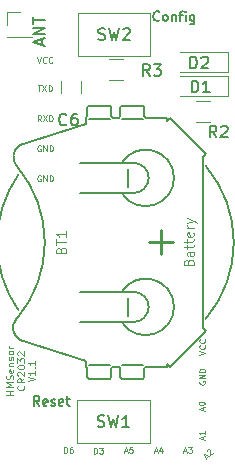
<source format=gto>
G04 #@! TF.FileFunction,Legend,Top*
%FSLAX46Y46*%
G04 Gerber Fmt 4.6, Leading zero omitted, Abs format (unit mm)*
G04 Created by KiCad (PCBNEW 4.0.2-stable) date 29.05.2017 13:31:58*
%MOMM*%
G01*
G04 APERTURE LIST*
%ADD10C,0.100000*%
%ADD11C,0.127000*%
%ADD12C,0.254000*%
%ADD13C,0.120000*%
%ADD14C,0.076200*%
%ADD15C,0.150000*%
G04 APERTURE END LIST*
D10*
X171289429Y-117725571D02*
X170689429Y-117725571D01*
X170975143Y-117725571D02*
X170975143Y-117382714D01*
X171289429Y-117382714D02*
X170689429Y-117382714D01*
X171289429Y-117097000D02*
X170689429Y-117097000D01*
X171118000Y-116897000D01*
X170689429Y-116697000D01*
X171289429Y-116697000D01*
X171260857Y-116439857D02*
X171289429Y-116354143D01*
X171289429Y-116211286D01*
X171260857Y-116154143D01*
X171232286Y-116125572D01*
X171175143Y-116097000D01*
X171118000Y-116097000D01*
X171060857Y-116125572D01*
X171032286Y-116154143D01*
X171003714Y-116211286D01*
X170975143Y-116325572D01*
X170946571Y-116382714D01*
X170918000Y-116411286D01*
X170860857Y-116439857D01*
X170803714Y-116439857D01*
X170746571Y-116411286D01*
X170718000Y-116382714D01*
X170689429Y-116325572D01*
X170689429Y-116182714D01*
X170718000Y-116097000D01*
X171260857Y-115611285D02*
X171289429Y-115668428D01*
X171289429Y-115782714D01*
X171260857Y-115839857D01*
X171203714Y-115868428D01*
X170975143Y-115868428D01*
X170918000Y-115839857D01*
X170889429Y-115782714D01*
X170889429Y-115668428D01*
X170918000Y-115611285D01*
X170975143Y-115582714D01*
X171032286Y-115582714D01*
X171089429Y-115868428D01*
X170889429Y-115325571D02*
X171289429Y-115325571D01*
X170946571Y-115325571D02*
X170918000Y-115296999D01*
X170889429Y-115239857D01*
X170889429Y-115154142D01*
X170918000Y-115096999D01*
X170975143Y-115068428D01*
X171289429Y-115068428D01*
X171260857Y-114811285D02*
X171289429Y-114754142D01*
X171289429Y-114639857D01*
X171260857Y-114582714D01*
X171203714Y-114554142D01*
X171175143Y-114554142D01*
X171118000Y-114582714D01*
X171089429Y-114639857D01*
X171089429Y-114725571D01*
X171060857Y-114782714D01*
X171003714Y-114811285D01*
X170975143Y-114811285D01*
X170918000Y-114782714D01*
X170889429Y-114725571D01*
X170889429Y-114639857D01*
X170918000Y-114582714D01*
X171289429Y-114211286D02*
X171260857Y-114268428D01*
X171232286Y-114297000D01*
X171175143Y-114325571D01*
X171003714Y-114325571D01*
X170946571Y-114297000D01*
X170918000Y-114268428D01*
X170889429Y-114211286D01*
X170889429Y-114125571D01*
X170918000Y-114068428D01*
X170946571Y-114039857D01*
X171003714Y-114011286D01*
X171175143Y-114011286D01*
X171232286Y-114039857D01*
X171260857Y-114068428D01*
X171289429Y-114125571D01*
X171289429Y-114211286D01*
X171289429Y-113754143D02*
X170889429Y-113754143D01*
X171003714Y-113754143D02*
X170946571Y-113725571D01*
X170918000Y-113697000D01*
X170889429Y-113639857D01*
X170889429Y-113582714D01*
X172172286Y-116954144D02*
X172200857Y-116982715D01*
X172229429Y-117068429D01*
X172229429Y-117125572D01*
X172200857Y-117211287D01*
X172143714Y-117268429D01*
X172086571Y-117297001D01*
X171972286Y-117325572D01*
X171886571Y-117325572D01*
X171772286Y-117297001D01*
X171715143Y-117268429D01*
X171658000Y-117211287D01*
X171629429Y-117125572D01*
X171629429Y-117068429D01*
X171658000Y-116982715D01*
X171686571Y-116954144D01*
X172229429Y-116354144D02*
X171943714Y-116554144D01*
X172229429Y-116697001D02*
X171629429Y-116697001D01*
X171629429Y-116468429D01*
X171658000Y-116411287D01*
X171686571Y-116382715D01*
X171743714Y-116354144D01*
X171829429Y-116354144D01*
X171886571Y-116382715D01*
X171915143Y-116411287D01*
X171943714Y-116468429D01*
X171943714Y-116697001D01*
X171686571Y-116125572D02*
X171658000Y-116097001D01*
X171629429Y-116039858D01*
X171629429Y-115897001D01*
X171658000Y-115839858D01*
X171686571Y-115811287D01*
X171743714Y-115782715D01*
X171800857Y-115782715D01*
X171886571Y-115811287D01*
X172229429Y-116154144D01*
X172229429Y-115782715D01*
X171629429Y-115411286D02*
X171629429Y-115354143D01*
X171658000Y-115297000D01*
X171686571Y-115268429D01*
X171743714Y-115239858D01*
X171858000Y-115211286D01*
X172000857Y-115211286D01*
X172115143Y-115239858D01*
X172172286Y-115268429D01*
X172200857Y-115297000D01*
X172229429Y-115354143D01*
X172229429Y-115411286D01*
X172200857Y-115468429D01*
X172172286Y-115497000D01*
X172115143Y-115525572D01*
X172000857Y-115554143D01*
X171858000Y-115554143D01*
X171743714Y-115525572D01*
X171686571Y-115497000D01*
X171658000Y-115468429D01*
X171629429Y-115411286D01*
X171629429Y-115011286D02*
X171629429Y-114639857D01*
X171858000Y-114839857D01*
X171858000Y-114754143D01*
X171886571Y-114697000D01*
X171915143Y-114668429D01*
X171972286Y-114639857D01*
X172115143Y-114639857D01*
X172172286Y-114668429D01*
X172200857Y-114697000D01*
X172229429Y-114754143D01*
X172229429Y-114925571D01*
X172200857Y-114982714D01*
X172172286Y-115011286D01*
X171686571Y-114411285D02*
X171658000Y-114382714D01*
X171629429Y-114325571D01*
X171629429Y-114182714D01*
X171658000Y-114125571D01*
X171686571Y-114097000D01*
X171743714Y-114068428D01*
X171800857Y-114068428D01*
X171886571Y-114097000D01*
X172229429Y-114439857D01*
X172229429Y-114068428D01*
X172569429Y-116611286D02*
X173169429Y-116411286D01*
X172569429Y-116211286D01*
X173169429Y-115697000D02*
X173169429Y-116039857D01*
X173169429Y-115868429D02*
X172569429Y-115868429D01*
X172655143Y-115925572D01*
X172712286Y-115982714D01*
X172740857Y-116039857D01*
X173112286Y-115439857D02*
X173140857Y-115411285D01*
X173169429Y-115439857D01*
X173140857Y-115468428D01*
X173112286Y-115439857D01*
X173169429Y-115439857D01*
X173169429Y-114839857D02*
X173169429Y-115182714D01*
X173169429Y-115011286D02*
X172569429Y-115011286D01*
X172655143Y-115068429D01*
X172712286Y-115125571D01*
X172740857Y-115182714D01*
X187051190Y-114331666D02*
X187551190Y-114164999D01*
X187051190Y-113998333D01*
X187503571Y-113545952D02*
X187527381Y-113569762D01*
X187551190Y-113641190D01*
X187551190Y-113688809D01*
X187527381Y-113760238D01*
X187479762Y-113807857D01*
X187432143Y-113831666D01*
X187336905Y-113855476D01*
X187265476Y-113855476D01*
X187170238Y-113831666D01*
X187122619Y-113807857D01*
X187075000Y-113760238D01*
X187051190Y-113688809D01*
X187051190Y-113641190D01*
X187075000Y-113569762D01*
X187098810Y-113545952D01*
X187503571Y-113045952D02*
X187527381Y-113069762D01*
X187551190Y-113141190D01*
X187551190Y-113188809D01*
X187527381Y-113260238D01*
X187479762Y-113307857D01*
X187432143Y-113331666D01*
X187336905Y-113355476D01*
X187265476Y-113355476D01*
X187170238Y-113331666D01*
X187122619Y-113307857D01*
X187075000Y-113260238D01*
X187051190Y-113188809D01*
X187051190Y-113141190D01*
X187075000Y-113069762D01*
X187098810Y-113045952D01*
X175589453Y-122654190D02*
X175589453Y-122154190D01*
X175708500Y-122154190D01*
X175779929Y-122178000D01*
X175827548Y-122225619D01*
X175851357Y-122273238D01*
X175875167Y-122368476D01*
X175875167Y-122439905D01*
X175851357Y-122535143D01*
X175827548Y-122582762D01*
X175779929Y-122630381D01*
X175708500Y-122654190D01*
X175589453Y-122654190D01*
X176303738Y-122154190D02*
X176208500Y-122154190D01*
X176160881Y-122178000D01*
X176137072Y-122201810D01*
X176089453Y-122273238D01*
X176065643Y-122368476D01*
X176065643Y-122558952D01*
X176089453Y-122606571D01*
X176113262Y-122630381D01*
X176160881Y-122654190D01*
X176256119Y-122654190D01*
X176303738Y-122630381D01*
X176327548Y-122606571D01*
X176351357Y-122558952D01*
X176351357Y-122439905D01*
X176327548Y-122392286D01*
X176303738Y-122368476D01*
X176256119Y-122344667D01*
X176160881Y-122344667D01*
X176113262Y-122368476D01*
X176089453Y-122392286D01*
X176065643Y-122439905D01*
X178129453Y-122717690D02*
X178129453Y-122217690D01*
X178248500Y-122217690D01*
X178319929Y-122241500D01*
X178367548Y-122289119D01*
X178391357Y-122336738D01*
X178415167Y-122431976D01*
X178415167Y-122503405D01*
X178391357Y-122598643D01*
X178367548Y-122646262D01*
X178319929Y-122693881D01*
X178248500Y-122717690D01*
X178129453Y-122717690D01*
X178581834Y-122217690D02*
X178891357Y-122217690D01*
X178724691Y-122408167D01*
X178796119Y-122408167D01*
X178843738Y-122431976D01*
X178867548Y-122455786D01*
X178891357Y-122503405D01*
X178891357Y-122622452D01*
X178867548Y-122670071D01*
X178843738Y-122693881D01*
X178796119Y-122717690D01*
X178653262Y-122717690D01*
X178605643Y-122693881D01*
X178581834Y-122670071D01*
X180681358Y-122511333D02*
X180919453Y-122511333D01*
X180633739Y-122654190D02*
X180800406Y-122154190D01*
X180967072Y-122654190D01*
X181371834Y-122154190D02*
X181133739Y-122154190D01*
X181109929Y-122392286D01*
X181133739Y-122368476D01*
X181181358Y-122344667D01*
X181300405Y-122344667D01*
X181348024Y-122368476D01*
X181371834Y-122392286D01*
X181395643Y-122439905D01*
X181395643Y-122558952D01*
X181371834Y-122606571D01*
X181348024Y-122630381D01*
X181300405Y-122654190D01*
X181181358Y-122654190D01*
X181133739Y-122630381D01*
X181109929Y-122606571D01*
X183221358Y-122511333D02*
X183459453Y-122511333D01*
X183173739Y-122654190D02*
X183340406Y-122154190D01*
X183507072Y-122654190D01*
X183888024Y-122320857D02*
X183888024Y-122654190D01*
X183768977Y-122130381D02*
X183649929Y-122487524D01*
X183959453Y-122487524D01*
X185697858Y-122511333D02*
X185935953Y-122511333D01*
X185650239Y-122654190D02*
X185816906Y-122154190D01*
X185983572Y-122654190D01*
X186102620Y-122154190D02*
X186412143Y-122154190D01*
X186245477Y-122344667D01*
X186316905Y-122344667D01*
X186364524Y-122368476D01*
X186388334Y-122392286D01*
X186412143Y-122439905D01*
X186412143Y-122558952D01*
X186388334Y-122606571D01*
X186364524Y-122630381D01*
X186316905Y-122654190D01*
X186174048Y-122654190D01*
X186126429Y-122630381D01*
X186102620Y-122606571D01*
X187575888Y-123056963D02*
X187744246Y-122888604D01*
X187643231Y-123191650D02*
X187407529Y-122720245D01*
X187878933Y-122955948D01*
X187660067Y-122535052D02*
X187660067Y-122501379D01*
X187676903Y-122450871D01*
X187761082Y-122366692D01*
X187811590Y-122349857D01*
X187845262Y-122349857D01*
X187895769Y-122366693D01*
X187929441Y-122400365D01*
X187963113Y-122467707D01*
X187963113Y-122871768D01*
X188181979Y-122652902D01*
X187344833Y-121515142D02*
X187344833Y-121277047D01*
X187487690Y-121562761D02*
X186987690Y-121396094D01*
X187487690Y-121229428D01*
X187487690Y-120800857D02*
X187487690Y-121086571D01*
X187487690Y-120943714D02*
X186987690Y-120943714D01*
X187059119Y-120991333D01*
X187106738Y-121038952D01*
X187130548Y-121086571D01*
X187344833Y-119038642D02*
X187344833Y-118800547D01*
X187487690Y-119086261D02*
X186987690Y-118919594D01*
X187487690Y-118752928D01*
X186987690Y-118491023D02*
X186987690Y-118443404D01*
X187011500Y-118395785D01*
X187035310Y-118371976D01*
X187082929Y-118348166D01*
X187178167Y-118324357D01*
X187297214Y-118324357D01*
X187392452Y-118348166D01*
X187440071Y-118371976D01*
X187463881Y-118395785D01*
X187487690Y-118443404D01*
X187487690Y-118491023D01*
X187463881Y-118538642D01*
X187440071Y-118562452D01*
X187392452Y-118586261D01*
X187297214Y-118610071D01*
X187178167Y-118610071D01*
X187082929Y-118586261D01*
X187035310Y-118562452D01*
X187011500Y-118538642D01*
X186987690Y-118491023D01*
X187075000Y-116585953D02*
X187051190Y-116633572D01*
X187051190Y-116705000D01*
X187075000Y-116776429D01*
X187122619Y-116824048D01*
X187170238Y-116847857D01*
X187265476Y-116871667D01*
X187336905Y-116871667D01*
X187432143Y-116847857D01*
X187479762Y-116824048D01*
X187527381Y-116776429D01*
X187551190Y-116705000D01*
X187551190Y-116657381D01*
X187527381Y-116585953D01*
X187503571Y-116562143D01*
X187336905Y-116562143D01*
X187336905Y-116657381D01*
X187551190Y-116347857D02*
X187051190Y-116347857D01*
X187551190Y-116062143D01*
X187051190Y-116062143D01*
X187551190Y-115824047D02*
X187051190Y-115824047D01*
X187051190Y-115705000D01*
X187075000Y-115633571D01*
X187122619Y-115585952D01*
X187170238Y-115562143D01*
X187265476Y-115538333D01*
X187336905Y-115538333D01*
X187432143Y-115562143D01*
X187479762Y-115585952D01*
X187527381Y-115633571D01*
X187551190Y-115705000D01*
X187551190Y-115824047D01*
X173609047Y-99191000D02*
X173561428Y-99167190D01*
X173490000Y-99167190D01*
X173418571Y-99191000D01*
X173370952Y-99238619D01*
X173347143Y-99286238D01*
X173323333Y-99381476D01*
X173323333Y-99452905D01*
X173347143Y-99548143D01*
X173370952Y-99595762D01*
X173418571Y-99643381D01*
X173490000Y-99667190D01*
X173537619Y-99667190D01*
X173609047Y-99643381D01*
X173632857Y-99619571D01*
X173632857Y-99452905D01*
X173537619Y-99452905D01*
X173847143Y-99667190D02*
X173847143Y-99167190D01*
X174132857Y-99667190D01*
X174132857Y-99167190D01*
X174370953Y-99667190D02*
X174370953Y-99167190D01*
X174490000Y-99167190D01*
X174561429Y-99191000D01*
X174609048Y-99238619D01*
X174632857Y-99286238D01*
X174656667Y-99381476D01*
X174656667Y-99452905D01*
X174632857Y-99548143D01*
X174609048Y-99595762D01*
X174561429Y-99643381D01*
X174490000Y-99667190D01*
X174370953Y-99667190D01*
X173609047Y-96651000D02*
X173561428Y-96627190D01*
X173490000Y-96627190D01*
X173418571Y-96651000D01*
X173370952Y-96698619D01*
X173347143Y-96746238D01*
X173323333Y-96841476D01*
X173323333Y-96912905D01*
X173347143Y-97008143D01*
X173370952Y-97055762D01*
X173418571Y-97103381D01*
X173490000Y-97127190D01*
X173537619Y-97127190D01*
X173609047Y-97103381D01*
X173632857Y-97079571D01*
X173632857Y-96912905D01*
X173537619Y-96912905D01*
X173847143Y-97127190D02*
X173847143Y-96627190D01*
X174132857Y-97127190D01*
X174132857Y-96627190D01*
X174370953Y-97127190D02*
X174370953Y-96627190D01*
X174490000Y-96627190D01*
X174561429Y-96651000D01*
X174609048Y-96698619D01*
X174632857Y-96746238D01*
X174656667Y-96841476D01*
X174656667Y-96912905D01*
X174632857Y-97008143D01*
X174609048Y-97055762D01*
X174561429Y-97103381D01*
X174490000Y-97127190D01*
X174370953Y-97127190D01*
X173656667Y-94587190D02*
X173490000Y-94349095D01*
X173370953Y-94587190D02*
X173370953Y-94087190D01*
X173561429Y-94087190D01*
X173609048Y-94111000D01*
X173632857Y-94134810D01*
X173656667Y-94182429D01*
X173656667Y-94253857D01*
X173632857Y-94301476D01*
X173609048Y-94325286D01*
X173561429Y-94349095D01*
X173370953Y-94349095D01*
X173823334Y-94087190D02*
X174156667Y-94587190D01*
X174156667Y-94087190D02*
X173823334Y-94587190D01*
X174347143Y-94587190D02*
X174347143Y-94087190D01*
X174466190Y-94087190D01*
X174537619Y-94111000D01*
X174585238Y-94158619D01*
X174609047Y-94206238D01*
X174632857Y-94301476D01*
X174632857Y-94372905D01*
X174609047Y-94468143D01*
X174585238Y-94515762D01*
X174537619Y-94563381D01*
X174466190Y-94587190D01*
X174347143Y-94587190D01*
X173359048Y-91547190D02*
X173644762Y-91547190D01*
X173501905Y-92047190D02*
X173501905Y-91547190D01*
X173763810Y-91547190D02*
X174097143Y-92047190D01*
X174097143Y-91547190D02*
X173763810Y-92047190D01*
X174287619Y-92047190D02*
X174287619Y-91547190D01*
X174406666Y-91547190D01*
X174478095Y-91571000D01*
X174525714Y-91618619D01*
X174549523Y-91666238D01*
X174573333Y-91761476D01*
X174573333Y-91832905D01*
X174549523Y-91928143D01*
X174525714Y-91975762D01*
X174478095Y-92023381D01*
X174406666Y-92047190D01*
X174287619Y-92047190D01*
X173323334Y-89134190D02*
X173490001Y-89634190D01*
X173656667Y-89134190D01*
X174109048Y-89586571D02*
X174085238Y-89610381D01*
X174013810Y-89634190D01*
X173966191Y-89634190D01*
X173894762Y-89610381D01*
X173847143Y-89562762D01*
X173823334Y-89515143D01*
X173799524Y-89419905D01*
X173799524Y-89348476D01*
X173823334Y-89253238D01*
X173847143Y-89205619D01*
X173894762Y-89158000D01*
X173966191Y-89134190D01*
X174013810Y-89134190D01*
X174085238Y-89158000D01*
X174109048Y-89181810D01*
X174609048Y-89586571D02*
X174585238Y-89610381D01*
X174513810Y-89634190D01*
X174466191Y-89634190D01*
X174394762Y-89610381D01*
X174347143Y-89562762D01*
X174323334Y-89515143D01*
X174299524Y-89419905D01*
X174299524Y-89348476D01*
X174323334Y-89253238D01*
X174347143Y-89205619D01*
X174394762Y-89158000D01*
X174466191Y-89134190D01*
X174513810Y-89134190D01*
X174585238Y-89158000D01*
X174609048Y-89181810D01*
D11*
X179451000Y-115252500D02*
X177673000Y-115252500D01*
X180467000Y-115252500D02*
X182245000Y-115252500D01*
X179705000Y-115379500D02*
X180213000Y-115379500D01*
X179705000Y-115379500D02*
X179578000Y-115506500D01*
X179578000Y-115506500D02*
X179578000Y-116268500D01*
X179578000Y-116268500D02*
X179451000Y-116395500D01*
X179451000Y-116395500D02*
X177673000Y-116395500D01*
X177673000Y-116395500D02*
X177546000Y-116268500D01*
X177546000Y-116268500D02*
X177546000Y-115506500D01*
X177546000Y-115506500D02*
X177419000Y-115379500D01*
X182499000Y-115379500D02*
X182372000Y-115506500D01*
X182372000Y-115506500D02*
X182372000Y-116268500D01*
X182372000Y-116268500D02*
X182245000Y-116395500D01*
X182245000Y-116395500D02*
X180467000Y-116395500D01*
X180467000Y-116395500D02*
X180340000Y-116268500D01*
X180340000Y-116268500D02*
X180340000Y-115506500D01*
X180340000Y-115506500D02*
X180213000Y-115379500D01*
X180467000Y-94424500D02*
X182245000Y-94424500D01*
X177673000Y-94424500D02*
X179451000Y-94424500D01*
X179705000Y-94297500D02*
X180213000Y-94297500D01*
X182499000Y-94297500D02*
X182372000Y-94170500D01*
X182372000Y-94170500D02*
X182372000Y-93408500D01*
X182372000Y-93408500D02*
X182245000Y-93281500D01*
X182245000Y-93281500D02*
X180467000Y-93281500D01*
X180213000Y-94297500D02*
X180340000Y-94170500D01*
X180340000Y-94170500D02*
X180340000Y-93408500D01*
X180340000Y-93408500D02*
X180467000Y-93281500D01*
X177673000Y-93281500D02*
X179451000Y-93281500D01*
X179451000Y-93281500D02*
X179578000Y-93408500D01*
X179578000Y-93408500D02*
X179578000Y-94170500D01*
X179578000Y-94170500D02*
X179705000Y-94297500D01*
X177419000Y-94297500D02*
X177546000Y-94170500D01*
X177546000Y-94170500D02*
X177546000Y-93408500D01*
X177546000Y-93408500D02*
X177673000Y-93281500D01*
X180975000Y-111061500D02*
X180975000Y-109537500D01*
X180975000Y-100139500D02*
X180975000Y-98615500D01*
X181483000Y-100647500D02*
G75*
G03X182753000Y-99377500I0J1270000D01*
G01*
X182753000Y-99377500D02*
G75*
G03X181483000Y-98107500I-1270000J0D01*
G01*
X181483000Y-98107500D02*
X176911000Y-98107500D01*
X181483000Y-100647500D02*
X176911000Y-100647500D01*
X180489229Y-100682392D02*
G75*
G03X180467000Y-98107500I2009771J1304892D01*
G01*
X180489229Y-111604392D02*
G75*
G03X180467000Y-109029500I2009771J1304892D01*
G01*
X181483000Y-111569500D02*
X176911000Y-111569500D01*
X181483000Y-109029500D02*
X176911000Y-109029500D01*
X182753000Y-110299500D02*
G75*
G03X181483000Y-109029500I-1270000J0D01*
G01*
X181483000Y-111569500D02*
G75*
G03X182753000Y-110299500I0J1270000D01*
G01*
X171714956Y-99107706D02*
G75*
G03X171704000Y-110553500I8244044J-5730794D01*
G01*
X177419000Y-94805500D02*
X171831000Y-96583500D01*
X171826557Y-96618645D02*
G75*
G03X171577000Y-98361500I639443J-980855D01*
G01*
X171831000Y-113093500D02*
X177419000Y-114871500D01*
X171541576Y-111315318D02*
G75*
G03X171831000Y-113093500I924424J-762182D01*
G01*
X177419000Y-94297500D02*
X177419000Y-94805500D01*
X177419000Y-115379500D02*
X177419000Y-114871500D01*
X184531000Y-94297500D02*
X184277000Y-94551500D01*
X184531000Y-115379500D02*
X184277000Y-115125500D01*
X184277000Y-94297500D02*
X184277000Y-94551500D01*
X184277000Y-115379500D02*
X184277000Y-115125500D01*
X171580285Y-111311632D02*
G75*
G03X171577000Y-98361500I-7623285J6473132D01*
G01*
X187582285Y-111311632D02*
G75*
G03X187579000Y-98361500I-7623285J6473132D01*
G01*
X187325000Y-112077500D02*
X187325000Y-97599500D01*
X184531000Y-115379500D02*
X187579000Y-112331500D01*
X187579000Y-112331500D02*
X187325000Y-112077500D01*
X184277000Y-115379500D02*
X182499000Y-115379500D01*
X187579000Y-97345500D02*
X184531000Y-94297500D01*
X187579000Y-97345500D02*
X187325000Y-97599500D01*
X184277000Y-94297500D02*
X182499000Y-94297500D01*
D12*
X183769000Y-105854500D02*
X183769000Y-103822500D01*
X184785000Y-104838500D02*
X182753000Y-104838500D01*
D13*
X182828500Y-121825000D02*
X176708500Y-121825000D01*
X176708500Y-121825000D02*
X176708500Y-118205000D01*
X176708500Y-118205000D02*
X182828500Y-118205000D01*
X182828500Y-118205000D02*
X182828500Y-121825000D01*
X176772000Y-85439000D02*
X182892000Y-85439000D01*
X182892000Y-85439000D02*
X182892000Y-89059000D01*
X182892000Y-89059000D02*
X176772000Y-89059000D01*
X176772000Y-89059000D02*
X176772000Y-85439000D01*
X189507500Y-92480500D02*
X189507500Y-90780500D01*
X189457500Y-90780500D02*
X185407500Y-90780500D01*
X189457500Y-92480500D02*
X185407500Y-92480500D01*
X189507500Y-90385000D02*
X189507500Y-88685000D01*
X189457500Y-88685000D02*
X185407500Y-88685000D01*
X189457500Y-90385000D02*
X185407500Y-90385000D01*
X187925000Y-94606000D02*
X186725000Y-94606000D01*
X186725000Y-92846000D02*
X187925000Y-92846000D01*
X179359000Y-89290000D02*
X180559000Y-89290000D01*
X180559000Y-91050000D02*
X179359000Y-91050000D01*
X170771000Y-87423500D02*
X170771000Y-87483500D01*
X170771000Y-87483500D02*
X172891000Y-87483500D01*
X172891000Y-87483500D02*
X172891000Y-87423500D01*
X172891000Y-87423500D02*
X170771000Y-87423500D01*
X170771000Y-86423500D02*
X170771000Y-85363500D01*
X170771000Y-85363500D02*
X171831000Y-85363500D01*
X175299000Y-91194000D02*
X175299000Y-92194000D01*
X176999000Y-92194000D02*
X176999000Y-91194000D01*
D14*
X175328943Y-105477128D02*
X175367648Y-105361014D01*
X175406352Y-105322309D01*
X175483762Y-105283604D01*
X175599876Y-105283604D01*
X175677286Y-105322309D01*
X175715990Y-105361014D01*
X175754695Y-105438423D01*
X175754695Y-105748061D01*
X174941895Y-105748061D01*
X174941895Y-105477128D01*
X174980600Y-105399718D01*
X175019305Y-105361014D01*
X175096714Y-105322309D01*
X175174124Y-105322309D01*
X175251533Y-105361014D01*
X175290238Y-105399718D01*
X175328943Y-105477128D01*
X175328943Y-105748061D01*
X174941895Y-105051375D02*
X174941895Y-104586918D01*
X175754695Y-104819147D02*
X174941895Y-104819147D01*
X175754695Y-103890233D02*
X175754695Y-104354690D01*
X175754695Y-104122461D02*
X174941895Y-104122461D01*
X175058010Y-104199871D01*
X175135419Y-104277280D01*
X175174124Y-104354690D01*
X186123943Y-106522157D02*
X186162648Y-106406043D01*
X186201352Y-106367338D01*
X186278762Y-106328633D01*
X186394876Y-106328633D01*
X186472286Y-106367338D01*
X186510990Y-106406043D01*
X186549695Y-106483452D01*
X186549695Y-106793090D01*
X185736895Y-106793090D01*
X185736895Y-106522157D01*
X185775600Y-106444747D01*
X185814305Y-106406043D01*
X185891714Y-106367338D01*
X185969124Y-106367338D01*
X186046533Y-106406043D01*
X186085238Y-106444747D01*
X186123943Y-106522157D01*
X186123943Y-106793090D01*
X186549695Y-105631947D02*
X186123943Y-105631947D01*
X186046533Y-105670652D01*
X186007829Y-105748062D01*
X186007829Y-105902881D01*
X186046533Y-105980290D01*
X186510990Y-105631947D02*
X186549695Y-105709357D01*
X186549695Y-105902881D01*
X186510990Y-105980290D01*
X186433581Y-106018995D01*
X186356171Y-106018995D01*
X186278762Y-105980290D01*
X186240057Y-105902881D01*
X186240057Y-105709357D01*
X186201352Y-105631947D01*
X186007829Y-105361014D02*
X186007829Y-105051376D01*
X185736895Y-105244900D02*
X186433581Y-105244900D01*
X186510990Y-105206195D01*
X186549695Y-105128786D01*
X186549695Y-105051376D01*
X186007829Y-104896557D02*
X186007829Y-104586919D01*
X185736895Y-104780443D02*
X186433581Y-104780443D01*
X186510990Y-104741738D01*
X186549695Y-104664329D01*
X186549695Y-104586919D01*
X186510990Y-104006348D02*
X186549695Y-104083758D01*
X186549695Y-104238577D01*
X186510990Y-104315986D01*
X186433581Y-104354691D01*
X186123943Y-104354691D01*
X186046533Y-104315986D01*
X186007829Y-104238577D01*
X186007829Y-104083758D01*
X186046533Y-104006348D01*
X186123943Y-103967643D01*
X186201352Y-103967643D01*
X186278762Y-104354691D01*
X186549695Y-103619300D02*
X186007829Y-103619300D01*
X186162648Y-103619300D02*
X186085238Y-103580595D01*
X186046533Y-103541891D01*
X186007829Y-103464481D01*
X186007829Y-103387072D01*
X186007829Y-103193548D02*
X186549695Y-103000024D01*
X186007829Y-102806500D02*
X186549695Y-103000024D01*
X186743219Y-103077433D01*
X186781924Y-103116138D01*
X186820629Y-103193548D01*
D15*
X178435167Y-120419762D02*
X178578024Y-120467381D01*
X178816120Y-120467381D01*
X178911358Y-120419762D01*
X178958977Y-120372143D01*
X179006596Y-120276905D01*
X179006596Y-120181667D01*
X178958977Y-120086429D01*
X178911358Y-120038810D01*
X178816120Y-119991190D01*
X178625643Y-119943571D01*
X178530405Y-119895952D01*
X178482786Y-119848333D01*
X178435167Y-119753095D01*
X178435167Y-119657857D01*
X178482786Y-119562619D01*
X178530405Y-119515000D01*
X178625643Y-119467381D01*
X178863739Y-119467381D01*
X179006596Y-119515000D01*
X179339929Y-119467381D02*
X179578024Y-120467381D01*
X179768501Y-119753095D01*
X179958977Y-120467381D01*
X180197072Y-119467381D01*
X181101834Y-120467381D02*
X180530405Y-120467381D01*
X180816119Y-120467381D02*
X180816119Y-119467381D01*
X180720881Y-119610238D01*
X180625643Y-119705476D01*
X180530405Y-119753095D01*
X173507524Y-118662405D02*
X173240857Y-118281452D01*
X173050381Y-118662405D02*
X173050381Y-117862405D01*
X173355143Y-117862405D01*
X173431334Y-117900500D01*
X173469429Y-117938595D01*
X173507524Y-118014786D01*
X173507524Y-118129071D01*
X173469429Y-118205262D01*
X173431334Y-118243357D01*
X173355143Y-118281452D01*
X173050381Y-118281452D01*
X174155143Y-118624310D02*
X174078953Y-118662405D01*
X173926572Y-118662405D01*
X173850381Y-118624310D01*
X173812286Y-118548119D01*
X173812286Y-118243357D01*
X173850381Y-118167167D01*
X173926572Y-118129071D01*
X174078953Y-118129071D01*
X174155143Y-118167167D01*
X174193238Y-118243357D01*
X174193238Y-118319548D01*
X173812286Y-118395738D01*
X174498000Y-118624310D02*
X174574190Y-118662405D01*
X174726571Y-118662405D01*
X174802762Y-118624310D01*
X174840857Y-118548119D01*
X174840857Y-118510024D01*
X174802762Y-118433833D01*
X174726571Y-118395738D01*
X174612286Y-118395738D01*
X174536095Y-118357643D01*
X174498000Y-118281452D01*
X174498000Y-118243357D01*
X174536095Y-118167167D01*
X174612286Y-118129071D01*
X174726571Y-118129071D01*
X174802762Y-118167167D01*
X175488476Y-118624310D02*
X175412286Y-118662405D01*
X175259905Y-118662405D01*
X175183714Y-118624310D01*
X175145619Y-118548119D01*
X175145619Y-118243357D01*
X175183714Y-118167167D01*
X175259905Y-118129071D01*
X175412286Y-118129071D01*
X175488476Y-118167167D01*
X175526571Y-118243357D01*
X175526571Y-118319548D01*
X175145619Y-118395738D01*
X175755142Y-118129071D02*
X176059904Y-118129071D01*
X175869428Y-117862405D02*
X175869428Y-118548119D01*
X175907523Y-118624310D01*
X175983714Y-118662405D01*
X176059904Y-118662405D01*
X178498667Y-87653762D02*
X178641524Y-87701381D01*
X178879620Y-87701381D01*
X178974858Y-87653762D01*
X179022477Y-87606143D01*
X179070096Y-87510905D01*
X179070096Y-87415667D01*
X179022477Y-87320429D01*
X178974858Y-87272810D01*
X178879620Y-87225190D01*
X178689143Y-87177571D01*
X178593905Y-87129952D01*
X178546286Y-87082333D01*
X178498667Y-86987095D01*
X178498667Y-86891857D01*
X178546286Y-86796619D01*
X178593905Y-86749000D01*
X178689143Y-86701381D01*
X178927239Y-86701381D01*
X179070096Y-86749000D01*
X179403429Y-86701381D02*
X179641524Y-87701381D01*
X179832001Y-86987095D01*
X180022477Y-87701381D01*
X180260572Y-86701381D01*
X180593905Y-86796619D02*
X180641524Y-86749000D01*
X180736762Y-86701381D01*
X180974858Y-86701381D01*
X181070096Y-86749000D01*
X181117715Y-86796619D01*
X181165334Y-86891857D01*
X181165334Y-86987095D01*
X181117715Y-87129952D01*
X180546286Y-87701381D01*
X181165334Y-87701381D01*
X183654857Y-86010714D02*
X183616762Y-86048810D01*
X183502476Y-86086905D01*
X183426286Y-86086905D01*
X183312000Y-86048810D01*
X183235809Y-85972619D01*
X183197714Y-85896429D01*
X183159619Y-85744048D01*
X183159619Y-85629762D01*
X183197714Y-85477381D01*
X183235809Y-85401190D01*
X183312000Y-85325000D01*
X183426286Y-85286905D01*
X183502476Y-85286905D01*
X183616762Y-85325000D01*
X183654857Y-85363095D01*
X184112000Y-86086905D02*
X184035809Y-86048810D01*
X183997714Y-86010714D01*
X183959619Y-85934524D01*
X183959619Y-85705952D01*
X183997714Y-85629762D01*
X184035809Y-85591667D01*
X184112000Y-85553571D01*
X184226286Y-85553571D01*
X184302476Y-85591667D01*
X184340571Y-85629762D01*
X184378667Y-85705952D01*
X184378667Y-85934524D01*
X184340571Y-86010714D01*
X184302476Y-86048810D01*
X184226286Y-86086905D01*
X184112000Y-86086905D01*
X184721524Y-85553571D02*
X184721524Y-86086905D01*
X184721524Y-85629762D02*
X184759619Y-85591667D01*
X184835810Y-85553571D01*
X184950096Y-85553571D01*
X185026286Y-85591667D01*
X185064381Y-85667857D01*
X185064381Y-86086905D01*
X185331048Y-85553571D02*
X185635810Y-85553571D01*
X185445334Y-86086905D02*
X185445334Y-85401190D01*
X185483429Y-85325000D01*
X185559620Y-85286905D01*
X185635810Y-85286905D01*
X185902477Y-86086905D02*
X185902477Y-85553571D01*
X185902477Y-85286905D02*
X185864382Y-85325000D01*
X185902477Y-85363095D01*
X185940572Y-85325000D01*
X185902477Y-85286905D01*
X185902477Y-85363095D01*
X186626286Y-85553571D02*
X186626286Y-86201190D01*
X186588191Y-86277381D01*
X186550096Y-86315476D01*
X186473905Y-86353571D01*
X186359620Y-86353571D01*
X186283429Y-86315476D01*
X186626286Y-86048810D02*
X186550096Y-86086905D01*
X186397715Y-86086905D01*
X186321524Y-86048810D01*
X186283429Y-86010714D01*
X186245334Y-85934524D01*
X186245334Y-85705952D01*
X186283429Y-85629762D01*
X186321524Y-85591667D01*
X186397715Y-85553571D01*
X186550096Y-85553571D01*
X186626286Y-85591667D01*
X186396405Y-92146381D02*
X186396405Y-91146381D01*
X186634500Y-91146381D01*
X186777358Y-91194000D01*
X186872596Y-91289238D01*
X186920215Y-91384476D01*
X186967834Y-91574952D01*
X186967834Y-91717810D01*
X186920215Y-91908286D01*
X186872596Y-92003524D01*
X186777358Y-92098762D01*
X186634500Y-92146381D01*
X186396405Y-92146381D01*
X187920215Y-92146381D02*
X187348786Y-92146381D01*
X187634500Y-92146381D02*
X187634500Y-91146381D01*
X187539262Y-91289238D01*
X187444024Y-91384476D01*
X187348786Y-91432095D01*
X186269405Y-90114381D02*
X186269405Y-89114381D01*
X186507500Y-89114381D01*
X186650358Y-89162000D01*
X186745596Y-89257238D01*
X186793215Y-89352476D01*
X186840834Y-89542952D01*
X186840834Y-89685810D01*
X186793215Y-89876286D01*
X186745596Y-89971524D01*
X186650358Y-90066762D01*
X186507500Y-90114381D01*
X186269405Y-90114381D01*
X187221786Y-89209619D02*
X187269405Y-89162000D01*
X187364643Y-89114381D01*
X187602739Y-89114381D01*
X187697977Y-89162000D01*
X187745596Y-89209619D01*
X187793215Y-89304857D01*
X187793215Y-89400095D01*
X187745596Y-89542952D01*
X187174167Y-90114381D01*
X187793215Y-90114381D01*
X188491834Y-95956381D02*
X188158500Y-95480190D01*
X187920405Y-95956381D02*
X187920405Y-94956381D01*
X188301358Y-94956381D01*
X188396596Y-95004000D01*
X188444215Y-95051619D01*
X188491834Y-95146857D01*
X188491834Y-95289714D01*
X188444215Y-95384952D01*
X188396596Y-95432571D01*
X188301358Y-95480190D01*
X187920405Y-95480190D01*
X188872786Y-95051619D02*
X188920405Y-95004000D01*
X189015643Y-94956381D01*
X189253739Y-94956381D01*
X189348977Y-95004000D01*
X189396596Y-95051619D01*
X189444215Y-95146857D01*
X189444215Y-95242095D01*
X189396596Y-95384952D01*
X188825167Y-95956381D01*
X189444215Y-95956381D01*
X182840334Y-90749381D02*
X182507000Y-90273190D01*
X182268905Y-90749381D02*
X182268905Y-89749381D01*
X182649858Y-89749381D01*
X182745096Y-89797000D01*
X182792715Y-89844619D01*
X182840334Y-89939857D01*
X182840334Y-90082714D01*
X182792715Y-90177952D01*
X182745096Y-90225571D01*
X182649858Y-90273190D01*
X182268905Y-90273190D01*
X183173667Y-89749381D02*
X183792715Y-89749381D01*
X183459381Y-90130333D01*
X183602239Y-90130333D01*
X183697477Y-90177952D01*
X183745096Y-90225571D01*
X183792715Y-90320810D01*
X183792715Y-90558905D01*
X183745096Y-90654143D01*
X183697477Y-90701762D01*
X183602239Y-90749381D01*
X183316524Y-90749381D01*
X183221286Y-90701762D01*
X183173667Y-90654143D01*
X173712167Y-88137857D02*
X173712167Y-87661666D01*
X173997881Y-88233095D02*
X172997881Y-87899762D01*
X173997881Y-87566428D01*
X173997881Y-87233095D02*
X172997881Y-87233095D01*
X173997881Y-86661666D01*
X172997881Y-86661666D01*
X172997881Y-86328333D02*
X172997881Y-85756904D01*
X173997881Y-86042619D02*
X172997881Y-86042619D01*
X175791834Y-94845143D02*
X175744215Y-94892762D01*
X175601358Y-94940381D01*
X175506120Y-94940381D01*
X175363262Y-94892762D01*
X175268024Y-94797524D01*
X175220405Y-94702286D01*
X175172786Y-94511810D01*
X175172786Y-94368952D01*
X175220405Y-94178476D01*
X175268024Y-94083238D01*
X175363262Y-93988000D01*
X175506120Y-93940381D01*
X175601358Y-93940381D01*
X175744215Y-93988000D01*
X175791834Y-94035619D01*
X176648977Y-93940381D02*
X176458500Y-93940381D01*
X176363262Y-93988000D01*
X176315643Y-94035619D01*
X176220405Y-94178476D01*
X176172786Y-94368952D01*
X176172786Y-94749905D01*
X176220405Y-94845143D01*
X176268024Y-94892762D01*
X176363262Y-94940381D01*
X176553739Y-94940381D01*
X176648977Y-94892762D01*
X176696596Y-94845143D01*
X176744215Y-94749905D01*
X176744215Y-94511810D01*
X176696596Y-94416571D01*
X176648977Y-94368952D01*
X176553739Y-94321333D01*
X176363262Y-94321333D01*
X176268024Y-94368952D01*
X176220405Y-94416571D01*
X176172786Y-94511810D01*
M02*

</source>
